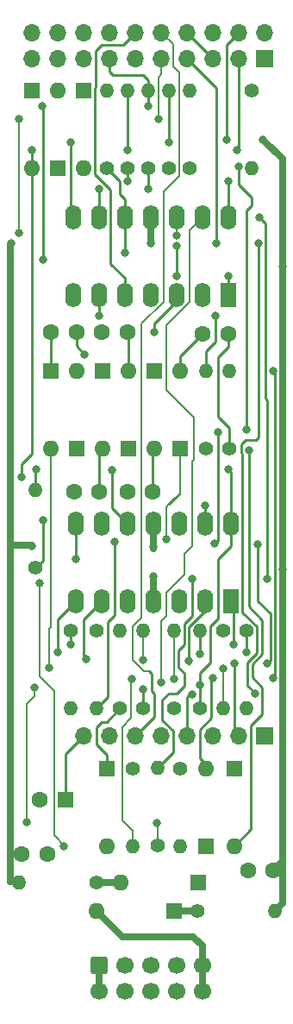
<source format=gtl>
%TF.GenerationSoftware,KiCad,Pcbnew,(6.0.1)*%
%TF.CreationDate,2023-01-25T07:14:57-05:00*%
%TF.ProjectId,ER-VCF-01-DB,45522d56-4346-42d3-9031-2d44422e6b69,3*%
%TF.SameCoordinates,Original*%
%TF.FileFunction,Copper,L1,Top*%
%TF.FilePolarity,Positive*%
%FSLAX46Y46*%
G04 Gerber Fmt 4.6, Leading zero omitted, Abs format (unit mm)*
G04 Created by KiCad (PCBNEW (6.0.1)) date 2023-01-25 07:14:57*
%MOMM*%
%LPD*%
G01*
G04 APERTURE LIST*
G04 Aperture macros list*
%AMRoundRect*
0 Rectangle with rounded corners*
0 $1 Rounding radius*
0 $2 $3 $4 $5 $6 $7 $8 $9 X,Y pos of 4 corners*
0 Add a 4 corners polygon primitive as box body*
4,1,4,$2,$3,$4,$5,$6,$7,$8,$9,$2,$3,0*
0 Add four circle primitives for the rounded corners*
1,1,$1+$1,$2,$3*
1,1,$1+$1,$4,$5*
1,1,$1+$1,$6,$7*
1,1,$1+$1,$8,$9*
0 Add four rect primitives between the rounded corners*
20,1,$1+$1,$2,$3,$4,$5,0*
20,1,$1+$1,$4,$5,$6,$7,0*
20,1,$1+$1,$6,$7,$8,$9,0*
20,1,$1+$1,$8,$9,$2,$3,0*%
G04 Aperture macros list end*
%TA.AperFunction,ComponentPad*%
%ADD10C,1.400000*%
%TD*%
%TA.AperFunction,ComponentPad*%
%ADD11O,1.400000X1.400000*%
%TD*%
%TA.AperFunction,ComponentPad*%
%ADD12RoundRect,0.250000X-0.600000X0.600000X-0.600000X-0.600000X0.600000X-0.600000X0.600000X0.600000X0*%
%TD*%
%TA.AperFunction,ComponentPad*%
%ADD13C,1.700000*%
%TD*%
%TA.AperFunction,ComponentPad*%
%ADD14C,1.600000*%
%TD*%
%TA.AperFunction,ComponentPad*%
%ADD15R,1.700000X1.700000*%
%TD*%
%TA.AperFunction,ComponentPad*%
%ADD16O,1.700000X1.700000*%
%TD*%
%TA.AperFunction,ComponentPad*%
%ADD17R,1.600000X1.600000*%
%TD*%
%TA.AperFunction,ComponentPad*%
%ADD18O,1.600000X1.600000*%
%TD*%
%TA.AperFunction,ComponentPad*%
%ADD19R,1.600000X2.400000*%
%TD*%
%TA.AperFunction,ComponentPad*%
%ADD20O,1.600000X2.400000*%
%TD*%
%TA.AperFunction,ViaPad*%
%ADD21C,0.800000*%
%TD*%
%TA.AperFunction,Conductor*%
%ADD22C,0.254000*%
%TD*%
%TA.AperFunction,Conductor*%
%ADD23C,0.250000*%
%TD*%
%TA.AperFunction,Conductor*%
%ADD24C,0.203200*%
%TD*%
%TA.AperFunction,Conductor*%
%ADD25C,0.635000*%
%TD*%
G04 APERTURE END LIST*
D10*
%TO.P,R13,1*%
%TO.N,Net-(R13-Pad1)*%
X57404000Y-93190000D03*
D11*
%TO.P,R13,2*%
%TO.N,Net-(R12-Pad2)*%
X57404000Y-100810000D03*
%TD*%
D12*
%TO.P,J1,1,-12V*%
%TO.N,Net-(D14-Pad1)*%
X45212000Y-125984000D03*
D13*
%TO.P,J1,2,-12V*%
X45212000Y-128524000D03*
%TO.P,J1,3,GND*%
%TO.N,GND*%
X47752000Y-125984000D03*
%TO.P,J1,4,GND*%
X47752000Y-128524000D03*
%TO.P,J1,5,GND*%
X50292000Y-125984000D03*
%TO.P,J1,6,GND*%
X50292000Y-128524000D03*
%TO.P,J1,7,GND*%
X52832000Y-125984000D03*
%TO.P,J1,8,GND*%
X52832000Y-128524000D03*
%TO.P,J1,9,+12V*%
%TO.N,Net-(D13-Pad2)*%
X55372000Y-125984000D03*
%TO.P,J1,10,+12V*%
X55372000Y-128524000D03*
%TD*%
D10*
%TO.P,R12,1*%
%TO.N,Net-(R12-Pad1)*%
X59690000Y-93190000D03*
D11*
%TO.P,R12,2*%
%TO.N,Net-(R12-Pad2)*%
X59690000Y-100810000D03*
%TD*%
D14*
%TO.P,C11,1*%
%TO.N,Net-(C11-Pad1)*%
X42993996Y-63880009D03*
%TO.P,C11,2*%
%TO.N,Net-(C11-Pad2)*%
X40493996Y-63880009D03*
%TD*%
D10*
%TO.P,R15,1*%
%TO.N,GND*%
X52578000Y-100810000D03*
D11*
%TO.P,R15,2*%
%TO.N,Net-(R15-Pad2)*%
X52578000Y-93190000D03*
%TD*%
D15*
%TO.P,J2,1,GND*%
%TO.N,GND*%
X61500004Y-37000002D03*
D16*
%TO.P,J2,2,POT6_1_CW*%
X61500004Y-34460002D03*
%TO.P,J2,3,POT6_2_W*%
%TO.N,/POT4-2*%
X58960004Y-37000002D03*
%TO.P,J2,4,POT6_3_CCW*%
%TO.N,+12V*%
X58960004Y-34460002D03*
%TO.P,J2,5,POT4_1_CW*%
%TO.N,GND*%
X56420004Y-37000002D03*
%TO.P,J2,6,POT4_2_W*%
%TO.N,/POT4-2*%
X56420004Y-34460002D03*
%TO.P,J2,7,POT4_3_CCW*%
%TO.N,/J2-T*%
X53880004Y-37000002D03*
%TO.P,J2,8,POT2_1_CW*%
%TO.N,GND*%
X53880004Y-34460002D03*
%TO.P,J2,9,POT2_2_W*%
%TO.N,/POT2-2*%
X51340004Y-37000002D03*
%TO.P,J2,10,POT2_3_CCW*%
%TO.N,/J3-T*%
X51340004Y-34460002D03*
%TO.P,J2,11,POT5_1_CW*%
%TO.N,GND*%
X48800004Y-37000002D03*
%TO.P,J2,12,POT5_2_W*%
%TO.N,/POT5-2*%
X48800004Y-34460002D03*
%TO.P,J2,13,POT5_3_CCW*%
%TO.N,/POT5-3*%
X46260004Y-37000002D03*
%TO.P,J2,14,POT3_1_CW*%
%TO.N,unconnected-(J2-Pad14)*%
X46260004Y-34460002D03*
%TO.P,J2,15,POT3_2_W*%
%TO.N,unconnected-(J2-Pad15)*%
X43720004Y-37000002D03*
%TO.P,J2,16,POT3_3_CCW*%
%TO.N,unconnected-(J2-Pad16)*%
X43720004Y-34460002D03*
%TO.P,J2,17,POT1_1_CW*%
%TO.N,unconnected-(J2-Pad17)*%
X41180004Y-37000002D03*
%TO.P,J2,18,POT1_2_W*%
%TO.N,unconnected-(J2-Pad18)*%
X41180004Y-34460002D03*
%TO.P,J2,19,POT1_3_CCW*%
%TO.N,unconnected-(J2-Pad19)*%
X38640004Y-37000002D03*
%TO.P,J2,20,GND*%
%TO.N,GND*%
X38640004Y-34460002D03*
%TD*%
D17*
%TO.P,D1,1,K*%
%TO.N,Net-(D1-Pad1)*%
X43688000Y-40132000D03*
D18*
%TO.P,D1,2,A*%
%TO.N,Net-(D1-Pad2)*%
X43688000Y-47752000D03*
%TD*%
D14*
%TO.P,C6,1*%
%TO.N,GND*%
X40112000Y-115062000D03*
%TO.P,C6,2*%
%TO.N,-12V*%
X37612000Y-115062000D03*
%TD*%
D10*
%TO.P,R11,1*%
%TO.N,Net-(R11-Pad1)*%
X39000000Y-87000000D03*
D11*
%TO.P,R11,2*%
%TO.N,/AUDIO*%
X39000000Y-79380000D03*
%TD*%
D14*
%TO.P,C5,1*%
%TO.N,+12V*%
X62337000Y-116713000D03*
%TO.P,C5,2*%
%TO.N,GND*%
X59837000Y-116713000D03*
%TD*%
D10*
%TO.P,R21,1*%
%TO.N,/J3-T*%
X53158000Y-106690000D03*
D11*
%TO.P,R21,2*%
%TO.N,Net-(R21-Pad2)*%
X53158000Y-114310000D03*
%TD*%
D10*
%TO.P,R1,1*%
%TO.N,GND*%
X60198000Y-40132000D03*
D11*
%TO.P,R1,2*%
%TO.N,/POT4-2*%
X60198000Y-47752000D03*
%TD*%
D17*
%TO.P,D3,1,K*%
%TO.N,Net-(D2-Pad2)*%
X38608000Y-40132000D03*
D18*
%TO.P,D3,2,A*%
%TO.N,/POT4-2*%
X38608000Y-47752000D03*
%TD*%
D17*
%TO.P,D14,1,K*%
%TO.N,Net-(D14-Pad1)*%
X54991000Y-117856000D03*
D18*
%TO.P,D14,2,A*%
%TO.N,Net-(D14-Pad2)*%
X47371000Y-117856000D03*
%TD*%
D17*
%TO.P,D9,1,K*%
%TO.N,Net-(C11-Pad2)*%
X40474000Y-67690000D03*
D18*
%TO.P,D9,2,A*%
%TO.N,Net-(R12-Pad2)*%
X40474000Y-75310000D03*
%TD*%
D17*
%TO.P,D7,1,K*%
%TO.N,Net-(C3-Pad1)*%
X45554000Y-67690000D03*
D18*
%TO.P,D7,2,A*%
%TO.N,Net-(C2-Pad1)*%
X45554000Y-75310000D03*
%TD*%
D10*
%TO.P,R5,1*%
%TO.N,Net-(R5-Pad1)*%
X52070000Y-47752000D03*
D11*
%TO.P,R5,2*%
%TO.N,Net-(R2-Pad2)*%
X52070000Y-40132000D03*
%TD*%
D10*
%TO.P,R2,1*%
%TO.N,/J4-T*%
X54102000Y-47752000D03*
D11*
%TO.P,R2,2*%
%TO.N,Net-(R2-Pad2)*%
X54102000Y-40132000D03*
%TD*%
D10*
%TO.P,R22,1*%
%TO.N,Net-(R21-Pad2)*%
X51000000Y-114244000D03*
D11*
%TO.P,R22,2*%
%TO.N,Net-(R22-Pad2)*%
X51000000Y-106624000D03*
%TD*%
D14*
%TO.P,C12,1*%
%TO.N,Net-(C11-Pad1)*%
X57892010Y-64008000D03*
%TO.P,C12,2*%
%TO.N,Net-(C12-Pad2)*%
X55392010Y-64008000D03*
%TD*%
D10*
%TO.P,R14,1*%
%TO.N,/AUDIO*%
X55118000Y-100810000D03*
D11*
%TO.P,R14,2*%
%TO.N,Net-(R13-Pad1)*%
X55118000Y-93190000D03*
%TD*%
D17*
%TO.P,D10,1,K*%
%TO.N,Net-(D10-Pad1)*%
X58500000Y-106690000D03*
D18*
%TO.P,D10,2,A*%
%TO.N,Net-(C11-Pad1)*%
X58500000Y-114310000D03*
%TD*%
D10*
%TO.P,R18,1*%
%TO.N,Net-(R16-Pad2)*%
X44958000Y-93190000D03*
D11*
%TO.P,R18,2*%
%TO.N,Net-(D4-Pad1)*%
X44958000Y-100810000D03*
%TD*%
D17*
%TO.P,D8,1,K*%
%TO.N,Net-(C2-Pad1)*%
X43014000Y-75310000D03*
D18*
%TO.P,D8,2,A*%
%TO.N,Net-(C11-Pad2)*%
X43014000Y-67690000D03*
%TD*%
D17*
%TO.P,D11,1,K*%
%TO.N,Net-(C11-Pad1)*%
X55698000Y-114310000D03*
D18*
%TO.P,D11,2,A*%
%TO.N,Net-(D10-Pad1)*%
X55698000Y-106690000D03*
%TD*%
D10*
%TO.P,R6,1*%
%TO.N,Net-(R5-Pad1)*%
X50038000Y-47752000D03*
D11*
%TO.P,R6,2*%
%TO.N,/POT5-3*%
X50038000Y-40132000D03*
%TD*%
D14*
%TO.P,C4,1*%
%TO.N,Net-(C4-Pad1)*%
X50500001Y-79499993D03*
%TO.P,C4,2*%
%TO.N,GND*%
X48000001Y-79499993D03*
%TD*%
D10*
%TO.P,R7,1*%
%TO.N,Net-(R22-Pad2)*%
X48006000Y-47752000D03*
D11*
%TO.P,R7,2*%
%TO.N,/POT4-2*%
X48006000Y-40132000D03*
%TD*%
D14*
%TO.P,C3,1*%
%TO.N,Net-(C3-Pad1)*%
X48006000Y-63880009D03*
%TO.P,C3,2*%
%TO.N,GND*%
X45506000Y-63880009D03*
%TD*%
D17*
%TO.P,D13,1,K*%
%TO.N,Net-(D13-Pad1)*%
X52578000Y-120650000D03*
D18*
%TO.P,D13,2,A*%
%TO.N,Net-(D13-Pad2)*%
X44958000Y-120650000D03*
%TD*%
D17*
%TO.P,C1,1*%
%TO.N,/J1-T*%
X41910000Y-109728000D03*
D14*
%TO.P,C1,2*%
%TO.N,Net-(C1-Pad2)*%
X39410000Y-109728000D03*
%TD*%
D10*
%TO.P,R19,1*%
%TO.N,Net-(R19-Pad1)*%
X42418000Y-93190000D03*
D11*
%TO.P,R19,2*%
%TO.N,Net-(D4-Pad1)*%
X42418000Y-100810000D03*
%TD*%
D10*
%TO.P,R16,1*%
%TO.N,/AUDIO*%
X49530000Y-100810000D03*
D11*
%TO.P,R16,2*%
%TO.N,Net-(R16-Pad2)*%
X49530000Y-93190000D03*
%TD*%
D17*
%TO.P,D5,1,K*%
%TO.N,Net-(C12-Pad2)*%
X50634000Y-67690000D03*
D18*
%TO.P,D5,2,A*%
%TO.N,Net-(C4-Pad1)*%
X50634000Y-75310000D03*
%TD*%
D10*
%TO.P,R24,1*%
%TO.N,Net-(D13-Pad1)*%
X54864000Y-120650000D03*
D11*
%TO.P,R24,2*%
%TO.N,+12V*%
X62484000Y-120650000D03*
%TD*%
D10*
%TO.P,R9,1*%
%TO.N,Net-(C11-Pad1)*%
X58000000Y-75310000D03*
D11*
%TO.P,R9,2*%
%TO.N,Net-(D10-Pad1)*%
X58000000Y-67690000D03*
%TD*%
D10*
%TO.P,R10,1*%
%TO.N,GND*%
X55714000Y-75310000D03*
D11*
%TO.P,R10,2*%
%TO.N,Net-(D10-Pad1)*%
X55714000Y-67690000D03*
%TD*%
D17*
%TO.P,D6,1,K*%
%TO.N,Net-(C4-Pad1)*%
X48094000Y-75310000D03*
D18*
%TO.P,D6,2,A*%
%TO.N,Net-(C3-Pad1)*%
X48094000Y-67690000D03*
%TD*%
D19*
%TO.P,U1,1*%
%TO.N,/POT5-3*%
X57912000Y-60198000D03*
D20*
%TO.P,U1,2,-*%
X55372000Y-60198000D03*
%TO.P,U1,3,+*%
%TO.N,Net-(C3-Pad1)*%
X52832000Y-60198000D03*
%TO.P,U1,4,V+*%
%TO.N,+12V*%
X50292000Y-60198000D03*
%TO.P,U1,5,+*%
%TO.N,/POT5-2*%
X47752000Y-60198000D03*
%TO.P,U1,6,-*%
%TO.N,Net-(D10-Pad1)*%
X45212000Y-60198000D03*
%TO.P,U1,7*%
%TO.N,Net-(C11-Pad1)*%
X42672000Y-60198000D03*
%TO.P,U1,8*%
%TO.N,Net-(R2-Pad2)*%
X42672000Y-52578000D03*
%TO.P,U1,9,-*%
%TO.N,Net-(R5-Pad1)*%
X45212000Y-52578000D03*
%TO.P,U1,10,+*%
%TO.N,GND*%
X47752000Y-52578000D03*
%TO.P,U1,11,V-*%
%TO.N,-12V*%
X50292000Y-52578000D03*
%TO.P,U1,12,+*%
%TO.N,/POT2-2*%
X52832000Y-52578000D03*
%TO.P,U1,13,-*%
%TO.N,Net-(R21-Pad2)*%
X55372000Y-52578000D03*
%TO.P,U1,14*%
%TO.N,Net-(R22-Pad2)*%
X57912000Y-52578000D03*
%TD*%
D17*
%TO.P,D12,1,K*%
%TO.N,/CV*%
X46000000Y-106690000D03*
D18*
%TO.P,D12,2,A*%
%TO.N,Net-(D12-Pad2)*%
X46000000Y-114310000D03*
%TD*%
D10*
%TO.P,R8,1*%
%TO.N,GND*%
X45974000Y-47752000D03*
D11*
%TO.P,R8,2*%
%TO.N,Net-(D1-Pad1)*%
X45974000Y-40132000D03*
%TD*%
D10*
%TO.P,R25,1*%
%TO.N,Net-(D14-Pad2)*%
X44958000Y-117856000D03*
D11*
%TO.P,R25,2*%
%TO.N,-12V*%
X37338000Y-117856000D03*
%TD*%
D14*
%TO.P,C2,1*%
%TO.N,Net-(C2-Pad1)*%
X45249998Y-79499993D03*
%TO.P,C2,2*%
%TO.N,GND*%
X42749998Y-79499993D03*
%TD*%
D10*
%TO.P,R23,1*%
%TO.N,/CV*%
X48500000Y-106690000D03*
D11*
%TO.P,R23,2*%
%TO.N,Net-(R15-Pad2)*%
X48500000Y-114310000D03*
%TD*%
D17*
%TO.P,D4,1,K*%
%TO.N,Net-(D4-Pad1)*%
X53174000Y-75310000D03*
D18*
%TO.P,D4,2,A*%
%TO.N,Net-(C12-Pad2)*%
X53174000Y-67690000D03*
%TD*%
D17*
%TO.P,D2,1,K*%
%TO.N,Net-(D1-Pad2)*%
X41148000Y-47752000D03*
D18*
%TO.P,D2,2,A*%
%TO.N,Net-(D2-Pad2)*%
X41148000Y-40132000D03*
%TD*%
D15*
%TO.P,J3,1,J4-S*%
%TO.N,GND*%
X61500004Y-103499996D03*
D16*
%TO.P,J3,2,J4-T*%
%TO.N,/J4-T*%
X58960004Y-103499996D03*
%TO.P,J3,3,J2-S*%
%TO.N,GND*%
X56420004Y-103499996D03*
%TO.P,J3,4,J2-T*%
%TO.N,/J2-T*%
X53880004Y-103499996D03*
%TO.P,J3,5,J3-S*%
%TO.N,GND*%
X51340004Y-103499996D03*
%TO.P,J3,6,J3-T*%
%TO.N,/J3-T*%
X48800004Y-103499996D03*
%TO.P,J3,7,J1-S*%
%TO.N,GND*%
X46260004Y-103499996D03*
%TO.P,J3,8,J1-T*%
%TO.N,/J1-T*%
X43720004Y-103499996D03*
%TD*%
D10*
%TO.P,R17,1*%
%TO.N,/CV*%
X47244000Y-100810000D03*
D11*
%TO.P,R17,2*%
%TO.N,Net-(R16-Pad2)*%
X47244000Y-93190000D03*
%TD*%
D19*
%TO.P,U2,1*%
%TO.N,Net-(R19-Pad1)*%
X58166000Y-90299997D03*
D20*
%TO.P,U2,2,-*%
%TO.N,Net-(R16-Pad2)*%
X55626000Y-90299997D03*
%TO.P,U2,3,+*%
%TO.N,GND*%
X53086000Y-90299997D03*
%TO.P,U2,4,V+*%
%TO.N,+12V*%
X50546000Y-90299997D03*
%TO.P,U2,5,+*%
%TO.N,Net-(R15-Pad2)*%
X48006000Y-90299997D03*
%TO.P,U2,6,-*%
%TO.N,Net-(R13-Pad1)*%
X45466000Y-90299997D03*
%TO.P,U2,7*%
%TO.N,Net-(R12-Pad1)*%
X42926000Y-90299997D03*
%TO.P,U2,8*%
%TO.N,Net-(D12-Pad2)*%
X42926000Y-82679997D03*
%TO.P,U2,9,-*%
X45466000Y-82679997D03*
%TO.P,U2,10,+*%
%TO.N,/POT4-2*%
X48006000Y-82679997D03*
%TO.P,U2,11,V-*%
%TO.N,-12V*%
X50546000Y-82679997D03*
%TO.P,U2,12,+*%
%TO.N,GND*%
X53086000Y-82679997D03*
%TO.P,U2,13,-*%
%TO.N,Net-(R11-Pad1)*%
X55626000Y-82679997D03*
%TO.P,U2,14*%
%TO.N,/AUDIO*%
X58166000Y-82679997D03*
%TD*%
D21*
%TO.N,Net-(C3-Pad1)*%
X50673991Y-63880009D03*
%TO.N,Net-(R2-Pad2)*%
X42418000Y-45247500D03*
X52070000Y-45247500D03*
%TO.N,Net-(C11-Pad1)*%
X43815000Y-66040000D03*
X59944000Y-75438000D03*
%TO.N,Net-(D4-Pad1)*%
X46736000Y-84427000D03*
X51816000Y-84226400D03*
%TO.N,/J2-T*%
X60541980Y-99305489D03*
X56769000Y-55118000D03*
X54332112Y-99395411D03*
X60875989Y-55118000D03*
%TO.N,Net-(D10-Pad1)*%
X62329000Y-97790000D03*
X56404225Y-97806225D03*
X62329000Y-67691000D03*
X45212000Y-62230000D03*
X56642000Y-62230000D03*
%TO.N,Net-(D12-Pad2)*%
X41783000Y-114300000D03*
X39370000Y-88519000D03*
X42926000Y-86106000D03*
%TO.N,-12V*%
X50292000Y-55118000D03*
X38658800Y-84886800D03*
X50546000Y-84952900D03*
X36576000Y-55118000D03*
%TO.N,+12V*%
X63246000Y-57404000D03*
X61341000Y-44958000D03*
X50546000Y-87833200D03*
X57785000Y-44958000D03*
X63246000Y-87122000D03*
%TO.N,/POT4-2*%
X58737500Y-46037500D03*
X46482000Y-77434500D03*
X48006000Y-45974000D03*
X38608000Y-45974000D03*
X37592000Y-78105000D03*
%TO.N,/POT2-2*%
X52832000Y-54356000D03*
X51054000Y-42926000D03*
X37338000Y-42926000D03*
X37338000Y-54102000D03*
%TO.N,/POT5-3*%
X52832000Y-58321000D03*
X39624000Y-41656000D03*
X57912000Y-58321000D03*
X50038000Y-41656000D03*
X52832000Y-55422800D03*
X39758489Y-56761511D03*
%TO.N,/J4-T*%
X59690000Y-73406000D03*
X56896000Y-73660000D03*
X60833000Y-84709000D03*
X58547000Y-96393000D03*
X56578500Y-84645500D03*
X61722000Y-96393000D03*
X58904947Y-47622695D03*
%TO.N,/AUDIO*%
X55113722Y-98516500D03*
X39014400Y-77368400D03*
X49530000Y-98938200D03*
X57912000Y-77368400D03*
%TO.N,Net-(R5-Pad1)*%
X45212000Y-49784000D03*
X50038000Y-49784000D03*
%TO.N,Net-(R11-Pad1)*%
X55626000Y-80924400D03*
X39725600Y-82321400D03*
%TO.N,Net-(R12-Pad2)*%
X40275541Y-96806167D03*
X57404000Y-96901000D03*
%TO.N,Net-(R13-Pad1)*%
X43942000Y-95976500D03*
X55118000Y-95464820D03*
%TO.N,Net-(R19-Pad1)*%
X58420000Y-94488000D03*
X42418000Y-94488000D03*
%TO.N,Net-(R22-Pad2)*%
X54356000Y-88039000D03*
X48006000Y-49022000D03*
X61757500Y-88039000D03*
X57911147Y-49026267D03*
X60995500Y-52578000D03*
%TO.N,Net-(R16-Pad2)*%
X49530000Y-96062800D03*
X54051200Y-96113600D03*
%TO.N,Net-(R21-Pad2)*%
X38118111Y-111995889D03*
X38912800Y-98729800D03*
X51308000Y-98237100D03*
X50927000Y-112014000D03*
%TO.N,Net-(R15-Pad2)*%
X52578000Y-97942400D03*
X48477586Y-97901700D03*
%TO.N,GND*%
X47752000Y-56035000D03*
%TO.N,Net-(R12-Pad1)*%
X41148000Y-95250000D03*
X59690000Y-95250000D03*
%TD*%
D22*
%TO.N,Net-(C3-Pad1)*%
X50673991Y-63010009D02*
X52832000Y-60852000D01*
X50673991Y-63880009D02*
X50673991Y-63010009D01*
D23*
%TO.N,/POT5-3*%
X57912000Y-60198000D02*
X57912000Y-58321000D01*
D22*
%TO.N,/J1-T*%
X41910000Y-105310000D02*
X41910000Y-109728000D01*
X43720000Y-103500000D02*
X41910000Y-105310000D01*
%TO.N,Net-(C2-Pad1)*%
X45249998Y-79499993D02*
X45249998Y-75614002D01*
%TO.N,Net-(R2-Pad2)*%
X42418000Y-52324000D02*
X42418000Y-45247500D01*
X52070000Y-40132000D02*
X52070000Y-44958000D01*
X52070000Y-44958000D02*
X52070000Y-45247500D01*
%TO.N,Net-(C3-Pad1)*%
X48094000Y-67690000D02*
X48094000Y-63968009D01*
%TO.N,Net-(C4-Pad1)*%
X50500001Y-79499993D02*
X50500001Y-75443999D01*
%TO.N,Net-(C11-Pad1)*%
X56896000Y-66294000D02*
X57892010Y-65297990D01*
X58000000Y-73240000D02*
X56896000Y-72136000D01*
X59944000Y-75438000D02*
X59944000Y-90805000D01*
X61268480Y-101378498D02*
X60136511Y-102510467D01*
X60136511Y-102510467D02*
X60136511Y-112673489D01*
X60136511Y-112673489D02*
X58500000Y-114310000D01*
X59944000Y-90805000D02*
X61268480Y-92129480D01*
X42993996Y-65218996D02*
X43815000Y-66040000D01*
X61268480Y-92129480D02*
X61268480Y-95453066D01*
X58000000Y-75310000D02*
X58000000Y-73240000D01*
X57892010Y-65297990D02*
X57892010Y-64008000D01*
X60268520Y-96453026D02*
X61268480Y-95453066D01*
X60268520Y-97733520D02*
X60268520Y-96453026D01*
X61268480Y-101378498D02*
X61268480Y-98733480D01*
X56896000Y-72136000D02*
X56896000Y-66294000D01*
X42993996Y-63880009D02*
X42993996Y-65218996D01*
X61268480Y-98733480D02*
X60268520Y-97733520D01*
%TO.N,Net-(C11-Pad2)*%
X40474000Y-67690000D02*
X40474000Y-63900005D01*
%TO.N,Net-(C12-Pad2)*%
X53174000Y-66226010D02*
X55392010Y-64008000D01*
X53174000Y-67690000D02*
X53174000Y-66226010D01*
%TO.N,/CV*%
X44958000Y-104343200D02*
X46000000Y-105385200D01*
X46000000Y-105385200D02*
X46000000Y-106690000D01*
X44958000Y-102616000D02*
X44958000Y-104343200D01*
X45960000Y-102094000D02*
X45480000Y-102094000D01*
X45480000Y-102094000D02*
X44958000Y-102616000D01*
X47244000Y-100810000D02*
X45960000Y-102094000D01*
%TO.N,Net-(D4-Pad1)*%
X46736000Y-91672978D02*
X46075600Y-92333378D01*
X52451000Y-80391000D02*
X53086000Y-79756000D01*
D24*
X53174000Y-79668000D02*
X52451000Y-80391000D01*
D22*
X46075600Y-99692400D02*
X44958000Y-100810000D01*
D24*
X53174000Y-75310000D02*
X53174000Y-79668000D01*
D22*
X52095400Y-80746600D02*
X52451000Y-80391000D01*
D24*
X51816000Y-81026000D02*
X52095400Y-80746600D01*
D22*
X46075600Y-92333378D02*
X46075600Y-99692400D01*
D24*
X51816000Y-84226400D02*
X51816000Y-81026000D01*
D22*
X46736000Y-84427000D02*
X46736000Y-91672978D01*
D23*
%TO.N,/J2-T*%
X59600489Y-74459489D02*
X60627489Y-74459489D01*
X59817000Y-98552000D02*
X59817000Y-96266000D01*
X59290520Y-75763031D02*
X59219489Y-75692000D01*
X60875989Y-74210989D02*
X60875989Y-55118000D01*
X59219489Y-74840489D02*
X59600489Y-74459489D01*
X53880004Y-103499996D02*
X53880004Y-99716401D01*
X56769000Y-54991000D02*
X56769000Y-55118000D01*
X60541980Y-99305489D02*
X60541980Y-99276980D01*
X53880004Y-37000002D02*
X56769000Y-39888998D01*
X60714511Y-92765633D02*
X59290520Y-91341642D01*
X54148414Y-99395411D02*
X53853714Y-99690111D01*
X60627489Y-74459489D02*
X60875989Y-74210989D01*
X60541980Y-99276980D02*
X59817000Y-98552000D01*
X59219489Y-75692000D02*
X59219489Y-74840489D01*
X54332112Y-99395411D02*
X54148414Y-99395411D01*
X59817000Y-96266000D02*
X60714511Y-95368489D01*
X59290520Y-91341642D02*
X59290520Y-75763031D01*
X60714511Y-95368489D02*
X60714511Y-92765633D01*
X56769000Y-39888998D02*
X56769000Y-54991000D01*
X53880004Y-99716401D02*
X53853714Y-99690111D01*
D22*
%TO.N,Net-(D10-Pad1)*%
X62484000Y-97635000D02*
X62484000Y-67846000D01*
X55714000Y-67690000D02*
X55714000Y-65698000D01*
X56642000Y-62230000D02*
X56642000Y-64770000D01*
X55118000Y-105664000D02*
X55118000Y-102870000D01*
X55698000Y-106244000D02*
X55118000Y-105664000D01*
X45212000Y-60198000D02*
X45212000Y-62230000D01*
X62484000Y-67846000D02*
X62329000Y-67691000D01*
X62329000Y-97790000D02*
X62484000Y-97635000D01*
X56235600Y-101752400D02*
X56235600Y-97974850D01*
X56235600Y-97974850D02*
X56404225Y-97806225D01*
X55714000Y-65698000D02*
X56642000Y-64770000D01*
X55118000Y-102870000D02*
X56235600Y-101752400D01*
D24*
%TO.N,Net-(D12-Pad2)*%
X40792400Y-99085400D02*
X39370000Y-97663000D01*
X40792400Y-113233200D02*
X40792400Y-99085400D01*
X41869200Y-114310000D02*
X40792400Y-113233200D01*
X39370000Y-97663000D02*
X39370000Y-88519000D01*
D22*
X42926000Y-82679997D02*
X42926000Y-86106000D01*
D25*
%TO.N,-12V*%
X50546000Y-82679997D02*
X50546000Y-85090000D01*
X36500000Y-84810800D02*
X36500000Y-55194000D01*
X36576000Y-115062000D02*
X36500000Y-115138000D01*
X36500000Y-117780000D02*
X36500000Y-115138000D01*
X37262000Y-117780000D02*
X36500000Y-117780000D01*
X37612000Y-115062000D02*
X36576000Y-115062000D01*
X50292000Y-55118000D02*
X50292000Y-52578000D01*
X38582800Y-84810800D02*
X38658800Y-84886800D01*
X36500000Y-115138000D02*
X36500000Y-84810800D01*
X36500000Y-84810800D02*
X38582800Y-84810800D01*
X36500000Y-55194000D02*
X36576000Y-55118000D01*
%TO.N,+12V*%
X63246000Y-119888000D02*
X62484000Y-120650000D01*
X50546000Y-87833200D02*
X50546000Y-90299997D01*
X63246000Y-87122000D02*
X63246000Y-119888000D01*
X63246000Y-57404000D02*
X63246000Y-46863000D01*
D23*
X57785493Y-44957507D02*
X57785000Y-44958000D01*
D25*
X63246000Y-115804000D02*
X62337000Y-116713000D01*
X63246000Y-87122000D02*
X63246000Y-57404000D01*
D23*
X57785493Y-35634513D02*
X57785493Y-44957507D01*
D25*
X63246000Y-46863000D02*
X61341000Y-44958000D01*
D23*
X58960004Y-34460002D02*
X57785493Y-35634513D01*
D25*
%TO.N,Net-(D13-Pad1)*%
X52578000Y-120650000D02*
X54864000Y-120650000D01*
D22*
%TO.N,/POT4-2*%
X58960004Y-37000002D02*
X58960004Y-45814996D01*
X38608000Y-45974000D02*
X38608000Y-47752000D01*
X38608000Y-47752000D02*
X38608000Y-75819000D01*
X58960004Y-45814996D02*
X58737500Y-46037500D01*
X46482000Y-77434500D02*
X46482000Y-81155997D01*
X37592000Y-76835000D02*
X37592000Y-78105000D01*
X48006000Y-45974000D02*
X48006000Y-40132000D01*
X38608000Y-75819000D02*
X37592000Y-76835000D01*
X46482000Y-81155997D02*
X48006000Y-82679997D01*
D24*
%TO.N,/POT2-2*%
X51054000Y-42926000D02*
X51054000Y-38862000D01*
X51340004Y-38575996D02*
X51054000Y-38862000D01*
X51340004Y-37000002D02*
X51340004Y-38575996D01*
X37338000Y-54102000D02*
X37338000Y-42926000D01*
X52832000Y-52578000D02*
X52832000Y-54356000D01*
D23*
%TO.N,/POT5-2*%
X47752000Y-60198000D02*
X47752000Y-58547000D01*
X46355000Y-49902386D02*
X44831000Y-48378386D01*
X46355000Y-57150000D02*
X46355000Y-49902386D01*
X44831000Y-39878000D02*
X44894515Y-39814485D01*
X45518487Y-35634513D02*
X47625493Y-35634513D01*
X47752000Y-58547000D02*
X46355000Y-57150000D01*
X44831000Y-48378386D02*
X44831000Y-39878000D01*
X44894515Y-36258485D02*
X45518487Y-35634513D01*
X47625493Y-35634513D02*
X48800004Y-34460002D01*
X44894515Y-39814485D02*
X44894515Y-36258485D01*
D22*
%TO.N,/POT5-3*%
X52832000Y-58321000D02*
X52832000Y-55422800D01*
D23*
X46260004Y-37000002D02*
X46260004Y-38259004D01*
X46609000Y-38608000D02*
X49530000Y-38608000D01*
D22*
X50038000Y-40132000D02*
X50038000Y-41656000D01*
X39734511Y-41766511D02*
X39734511Y-56737533D01*
D23*
X46260004Y-38259004D02*
X46609000Y-38608000D01*
X50038000Y-39116000D02*
X50038000Y-40132000D01*
D22*
X39624000Y-41656000D02*
X39734511Y-41766511D01*
D23*
X49530000Y-38608000D02*
X50038000Y-39116000D01*
D22*
X39734511Y-56737533D02*
X39758489Y-56761511D01*
D25*
%TO.N,Net-(D13-Pad2)*%
X47498000Y-123190000D02*
X54483000Y-123190000D01*
X55372000Y-124079000D02*
X55372000Y-125984000D01*
X54483000Y-123190000D02*
X55372000Y-124079000D01*
X44958000Y-120650000D02*
X47498000Y-123190000D01*
X55372000Y-128533500D02*
X55372000Y-125993500D01*
%TO.N,Net-(D14-Pad1)*%
X45212000Y-128524000D02*
X45212000Y-125984000D01*
D23*
%TO.N,/J4-T*%
X59690000Y-51943000D02*
X59690000Y-73406000D01*
X62032480Y-91496480D02*
X62032480Y-96139000D01*
X60198000Y-51435000D02*
X59690000Y-51943000D01*
X56896000Y-73660000D02*
X56896000Y-84328000D01*
X61722000Y-96393000D02*
X62032480Y-96082520D01*
X60833000Y-90297000D02*
X62032480Y-91496480D01*
X60198000Y-50673000D02*
X60198000Y-51435000D01*
X58547000Y-103086992D02*
X58547000Y-96393000D01*
X58904947Y-47622695D02*
X58904947Y-49379947D01*
X58904947Y-49379947D02*
X60198000Y-50673000D01*
X56896000Y-84328000D02*
X56578500Y-84645500D01*
X60833000Y-84709000D02*
X60833000Y-90297000D01*
D22*
%TO.N,/AUDIO*%
X58166000Y-84836000D02*
X58166000Y-82679997D01*
X55118000Y-97282000D02*
X56123489Y-96276511D01*
X55118000Y-100810000D02*
X55118000Y-98907600D01*
X39000000Y-77382800D02*
X39014400Y-77368400D01*
X56144511Y-96276511D02*
X56144511Y-92699489D01*
X56896000Y-86106000D02*
X58166000Y-84836000D01*
X55118000Y-98907600D02*
X55118000Y-97282000D01*
X49530000Y-100810000D02*
X49530000Y-98938200D01*
X56123489Y-96276511D02*
X56144511Y-96276511D01*
X58166000Y-77622400D02*
X57912000Y-77368400D01*
X58166000Y-82679997D02*
X58166000Y-77622400D01*
X56144511Y-92699489D02*
X56896000Y-91948000D01*
X56896000Y-91948000D02*
X56896000Y-86106000D01*
X39000000Y-79380000D02*
X39000000Y-77382800D01*
%TO.N,Net-(R5-Pad1)*%
X45212000Y-52578000D02*
X45212000Y-49784000D01*
X50038000Y-49784000D02*
X50038000Y-47752000D01*
%TO.N,Net-(R11-Pad1)*%
X39725600Y-82321400D02*
X39725600Y-86274400D01*
X55626000Y-82679997D02*
X55626000Y-80924400D01*
X39725600Y-86274400D02*
X39000000Y-87000000D01*
D24*
%TO.N,Net-(R12-Pad2)*%
X57404000Y-100810000D02*
X57404000Y-96901000D01*
X40275541Y-92980541D02*
X40474000Y-92782082D01*
X40275541Y-96806167D02*
X40275541Y-92980541D01*
X40474000Y-92782082D02*
X40474000Y-75310000D01*
D22*
%TO.N,Net-(R13-Pad1)*%
X43738800Y-95773300D02*
X43942000Y-95976500D01*
X45466000Y-90299997D02*
X43738800Y-92027197D01*
X55118000Y-95464820D02*
X55118000Y-93190000D01*
X43738800Y-92027197D02*
X43738800Y-95773300D01*
%TO.N,Net-(R19-Pad1)*%
X58430511Y-94477489D02*
X58420000Y-94488000D01*
X58430511Y-90564508D02*
X58430511Y-94477489D01*
X42418000Y-93190000D02*
X42418000Y-94488000D01*
%TO.N,Net-(R22-Pad2)*%
X53035200Y-96774000D02*
X53035200Y-95067822D01*
X53604511Y-97343311D02*
X53035200Y-96774000D01*
X51000000Y-106624000D02*
X52516515Y-105107485D01*
X48006000Y-47752000D02*
X48006000Y-49022000D01*
X61602489Y-70421489D02*
X61602489Y-53184989D01*
X52516515Y-105107485D02*
X52516515Y-103012668D01*
X53604511Y-98541489D02*
X53604511Y-97343311D01*
X53604511Y-94498511D02*
X53604511Y-92445489D01*
X51435000Y-99949000D02*
X52070000Y-99314000D01*
X53035200Y-95067822D02*
X53604511Y-94498511D01*
X52070000Y-99314000D02*
X52832000Y-99314000D01*
X52832000Y-99314000D02*
X53604511Y-98541489D01*
X53604511Y-92445489D02*
X54356000Y-91694000D01*
X61757500Y-70576500D02*
X61602489Y-70421489D01*
X57911147Y-49026267D02*
X57912000Y-49027120D01*
X54356000Y-91694000D02*
X54356000Y-88039000D01*
X52516515Y-103012668D02*
X51435000Y-101931153D01*
X51435000Y-101931153D02*
X51435000Y-99949000D01*
X61602489Y-53184989D02*
X60995500Y-52578000D01*
X61757500Y-88039000D02*
X61757500Y-70576500D01*
X57912000Y-49027120D02*
X57912000Y-52578000D01*
%TO.N,Net-(R16-Pad2)*%
X55626000Y-91230293D02*
X54058031Y-92798262D01*
D24*
X49530000Y-96062800D02*
X49530000Y-93190000D01*
D22*
X54058031Y-92798262D02*
X54058031Y-96444970D01*
D24*
%TO.N,Net-(R21-Pad2)*%
X38912800Y-98729800D02*
X38912800Y-99553422D01*
X50927000Y-112014000D02*
X51000000Y-112087000D01*
X54508400Y-76403200D02*
X54508400Y-72237600D01*
X54102000Y-60885218D02*
X54102000Y-53848000D01*
X53594000Y-85598000D02*
X54356000Y-84836000D01*
X51816000Y-63171218D02*
X54102000Y-60885218D01*
X51308000Y-92202000D02*
X51816000Y-91694000D01*
X54102000Y-53848000D02*
X55372000Y-52578000D01*
X51816000Y-69545200D02*
X51816000Y-63171218D01*
X54356000Y-84836000D02*
X54356000Y-76555600D01*
X51308000Y-98237100D02*
X51308000Y-92202000D01*
X51816000Y-91694000D02*
X51816000Y-89408000D01*
X51000000Y-112087000D02*
X51000000Y-114244000D01*
X54356000Y-76555600D02*
X54508400Y-76403200D01*
X38912800Y-99553422D02*
X38118111Y-100348111D01*
X38118111Y-100348111D02*
X38118111Y-111995889D01*
X53594000Y-87630000D02*
X53594000Y-85598000D01*
X51816000Y-89408000D02*
X53594000Y-87630000D01*
X54508400Y-72237600D02*
X51816000Y-69545200D01*
%TO.N,Net-(R15-Pad2)*%
X48477586Y-97901700D02*
X48361600Y-98017686D01*
X47498000Y-102616000D02*
X47498000Y-111806778D01*
X48500000Y-112808778D02*
X48500000Y-114310000D01*
X52578000Y-97942400D02*
X52578000Y-93190000D01*
X48361600Y-101752400D02*
X47498000Y-102616000D01*
X47498000Y-111806778D02*
X48500000Y-112808778D01*
X48361600Y-98017686D02*
X48361600Y-101752400D01*
D25*
%TO.N,Net-(D14-Pad2)*%
X44958000Y-117856000D02*
X47371000Y-117856000D01*
D22*
%TO.N,GND*%
X47752000Y-52578000D02*
X47752000Y-56035000D01*
X47244000Y-49022000D02*
X47244000Y-50292000D01*
X45974000Y-47752000D02*
X47244000Y-49022000D01*
X53880004Y-34460002D02*
X56420004Y-37000002D01*
X47752000Y-50800000D02*
X47244000Y-50292000D01*
X47752000Y-52578000D02*
X47752000Y-50800000D01*
D24*
%TO.N,/J3-T*%
X49398890Y-65409110D02*
X49398890Y-91905324D01*
X49403000Y-65405000D02*
X49398890Y-65409110D01*
X51340004Y-34460002D02*
X52491115Y-35611113D01*
X48528889Y-96053211D02*
X49630678Y-97155000D01*
D23*
X50673000Y-99314000D02*
X50419000Y-99060000D01*
D24*
X51562000Y-60885218D02*
X49403000Y-63044218D01*
D23*
X50673000Y-101627000D02*
X50673000Y-99314000D01*
D24*
X53086000Y-38354000D02*
X53086000Y-48514000D01*
X50143280Y-97155000D02*
X50165000Y-97133280D01*
D23*
X50419000Y-99060000D02*
X50419000Y-97387280D01*
D24*
X51562000Y-50038000D02*
X51562000Y-60885218D01*
X49403000Y-63044218D02*
X49403000Y-65405000D01*
X48528889Y-92775325D02*
X48528889Y-96053211D01*
X52491115Y-35611113D02*
X52491115Y-37759115D01*
D23*
X48800004Y-103499996D02*
X50673000Y-101627000D01*
D24*
X53086000Y-48514000D02*
X51562000Y-50038000D01*
D23*
X50419000Y-97387280D02*
X50165000Y-97133280D01*
D24*
X49630678Y-97155000D02*
X50143280Y-97155000D01*
X49398890Y-91905324D02*
X48528889Y-92775325D01*
X52491115Y-37759115D02*
X53086000Y-38354000D01*
D22*
%TO.N,Net-(R12-Pad1)*%
X41148000Y-92077997D02*
X42926000Y-90299997D01*
X59690000Y-93190000D02*
X59690000Y-95250000D01*
X41148000Y-92077997D02*
X41148000Y-95250000D01*
%TD*%
M02*

</source>
